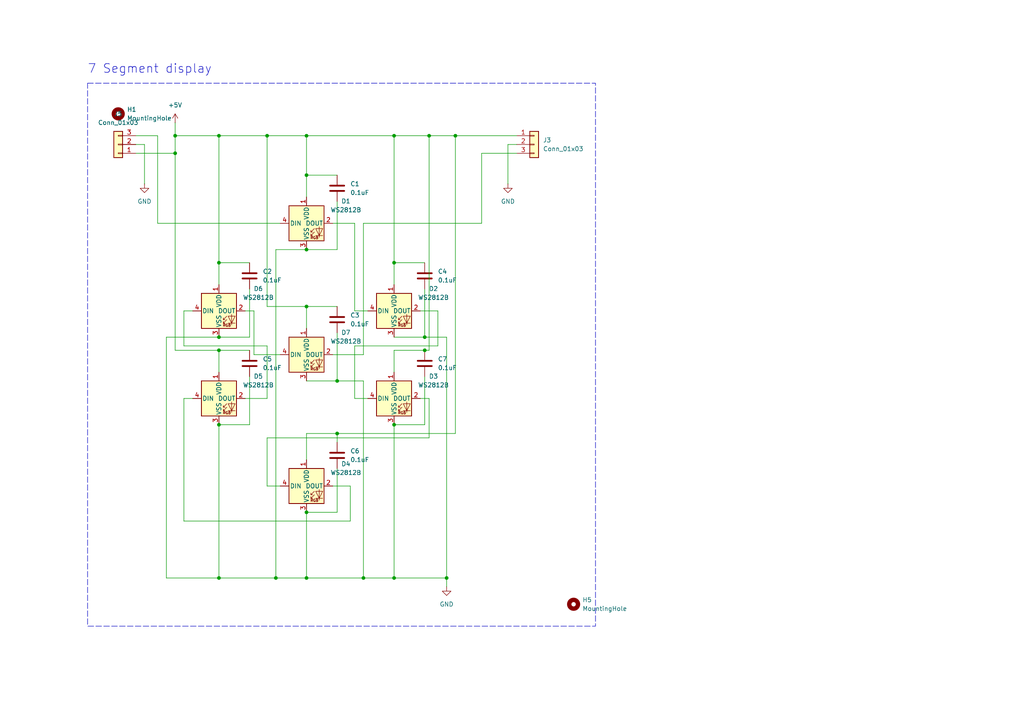
<source format=kicad_sch>
(kicad_sch (version 20250114) (generator "eeschema") (generator_version "9.0")
  (paper "A4")
  (lib_symbols
    (symbol "Connector_Generic:Conn_01x03" (pin_names (offset 1.016) (hide yes))
      (property "Reference" "J" (at 0 5.08 0))
      (property "Value" "Conn_01x03" (at 0 -5.08 0))
      (symbol "Conn_01x03_1_1"
        (rectangle (start -1.27 3.81) (end 1.27 -3.81) (stroke (width 0.254)) (fill (type background)))
        (rectangle (start -1.27 2.667) (end 0 2.413) (stroke (width 0.1524)))
        (rectangle (start -1.27 0.127) (end 0 -0.127) (stroke (width 0.1524)))
        (rectangle (start -1.27 -2.413) (end 0 -2.667) (stroke (width 0.1524)))
        (pin passive line (at -5.08 2.54 0) (length 3.81) (name "Pin_1") (number "1"))
        (pin passive line (at -5.08 0 0) (length 3.81) (name "Pin_2") (number "2"))
        (pin passive line (at -5.08 -2.54 0) (length 3.81) (name "Pin_3") (number "3"))
      )
    )
    (symbol "Device:C" (pin_numbers (hide yes)) (pin_names (offset 0.254))
      (property "Reference" "C" (at 0.635 2.54 0))
      (property "Value" "C" (at 0.635 -2.54 0))
      (symbol "C_0_1"
        (polyline (pts (xy -2.032 0.762) (xy 2.032 0.762)) (stroke (width 0.508)))
        (polyline (pts (xy -2.032 -0.762) (xy 2.032 -0.762)) (stroke (width 0.508)))
      )
      (symbol "C_1_1"
        (pin passive line (at 0 3.81 270) (length 2.794) (name "~") (number "1"))
        (pin passive line (at 0 -3.81 90) (length 2.794) (name "~") (number "2"))
      )
    )
    (symbol "LED:WS2812B" (pin_names (offset 0.254))
      (property "Reference" "D" (at 5.08 5.715 0))
      (property "Value" "WS2812B" (at 1.27 -5.715 0))
      (symbol "WS2812B_0_0"
        (text "RGB" (at 2.286 -4.191 0) (effects (font (size 0.762 0.762))))
      )
      (symbol "WS2812B_0_1"
        (polyline (pts (xy 1.27 -2.54) (xy 1.778 -2.54)))
        (polyline (pts (xy 1.27 -3.556) (xy 1.778 -3.556)))
        (polyline (pts (xy 2.286 -1.524) (xy 1.27 -2.54) (xy 1.27 -2.032)))
        (polyline (pts (xy 2.286 -2.54) (xy 1.27 -3.556) (xy 1.27 -3.048)))
        (polyline (pts (xy 3.683 -1.016) (xy 3.683 -3.556) (xy 3.683 -4.064)))
        (polyline (pts (xy 4.699 -1.524) (xy 2.667 -1.524) (xy 3.683 -3.556) (xy 4.699 -1.524)))
        (polyline (pts (xy 4.699 -3.556) (xy 2.667 -3.556)))
        (rectangle (start 5.08 5.08) (end -5.08 -5.08) (stroke (width 0.254)) (fill (type background)))
      )
      (symbol "WS2812B_1_1"
        (pin input line (at -7.62 0 0) (length 2.54) (name "DIN") (number "4"))
        (pin power_in line (at 0 7.62 270) (length 2.54) (name "VDD") (number "1"))
        (pin power_in line (at 0 -7.62 90) (length 2.54) (name "VSS") (number "3"))
        (pin output line (at 7.62 0 180) (length 2.54) (name "DOUT") (number "2"))
      )
    )
    (symbol "Mechanical:MountingHole" (pin_names (offset 1.016)) (in_bom no)
      (property "Reference" "H" (at 0 5.08 0))
      (property "Value" "MountingHole" (at 0 3.175 0))
      (symbol "MountingHole_0_1"
        (circle (center 0 0) (radius 1.27) (stroke (width 1.27)))
      )
    )
    (symbol "power:+5V" (power) (pin_numbers (hide yes)) (pin_names (offset 0) (hide yes))
      (property "Value" "+5V" (at 0 3.556 0))
      (symbol "+5V_0_1"
        (polyline (pts (xy -0.762 1.27) (xy 0 2.54)))
        (polyline (pts (xy 0 2.54) (xy 0.762 1.27)))
        (polyline (pts (xy 0 0) (xy 0 2.54)))
      )
      (symbol "+5V_1_1"
        (pin power_in line (at 0 0 90) (length 0) (name "~") (number "1"))
      )
    )
    (symbol "power:GND" (power) (pin_numbers (hide yes)) (pin_names (offset 0) (hide yes))
      (property "Value" "GND" (at 0 -3.81 0))
      (symbol "GND_0_1"
        (polyline (pts (xy 0 0) (xy 0 -1.27) (xy 1.27 -1.27) (xy 0 -2.54) (xy -1.27 -1.27) (xy 0 -1.27)))
      )
      (symbol "GND_1_1"
        (pin power_in line (at 0 0 270) (length 0) (name "~") (number "1"))
      )
    )
  )
  (rectangle (start 25.4 24.13) (end 172.72 181.61) (stroke (width 0) (type dash)))
  (text "7 Segment display" (at 43.434 20.066 0) (effects (font (size 2.54 2.54))))
  (junction (at 123.19 97.79))
  (junction (at 77.47 39.37))
  (junction (at 124.46 39.37))
  (junction (at 114.3 39.37))
  (junction (at 63.5 76.2))
  (junction (at 105.41 167.64))
  (junction (at 63.5 167.64))
  (junction (at 63.5 39.37))
  (junction (at 132.08 39.37))
  (junction (at 97.79 110.49))
  (junction (at 88.9 167.64))
  (junction (at 50.8 44.45))
  (junction (at 88.9 39.37))
  (junction (at 50.8 39.37))
  (junction (at 63.5 101.6))
  (junction (at 129.54 167.64))
  (junction (at 97.79 125.73))
  (junction (at 88.9 50.8))
  (junction (at 88.9 88.9))
  (junction (at 88.9 148.59))
  (junction (at 63.5 97.79))
  (junction (at 63.5 123.19))
  (junction (at 80.01 167.64))
  (junction (at 114.3 76.2))
  (junction (at 88.9 72.39))
  (junction (at 114.3 167.64))
  (junction (at 114.3 123.19))
  (junction (at 123.19 101.6))
  (wire (pts (xy 73.66 102.87) (xy 81.28 102.87)))
  (wire (pts (xy 97.79 135.89) (xy 97.79 148.59)))
  (wire (pts (xy 102.87 90.17) (xy 106.68 90.17)))
  (wire (pts (xy 73.66 90.17) (xy 73.66 102.87)))
  (wire (pts (xy 53.34 151.13) (xy 101.6 151.13)))
  (wire (pts (xy 132.08 39.37) (xy 149.86 39.37)))
  (wire (pts (xy 147.32 41.91) (xy 147.32 53.34)))
  (wire (pts (xy 41.91 41.91) (xy 41.91 53.34)))
  (wire (pts (xy 114.3 76.2) (xy 114.3 82.55)))
  (wire (pts (xy 105.41 167.64) (xy 114.3 167.64)))
  (wire (pts (xy 102.87 100.33) (xy 102.87 115.57)))
  (wire (pts (xy 123.19 123.19) (xy 114.3 123.19)))
  (wire (pts (xy 63.5 39.37) (xy 63.5 76.2)))
  (wire (pts (xy 45.72 64.77) (xy 81.28 64.77)))
  (wire (pts (xy 97.79 148.59) (xy 88.9 148.59)))
  (wire (pts (xy 88.9 167.64) (xy 105.41 167.64)))
  (wire (pts (xy 48.26 97.79) (xy 48.26 167.64)))
  (wire (pts (xy 105.41 110.49) (xy 105.41 167.64)))
  (wire (pts (xy 77.47 140.97) (xy 81.28 140.97)))
  (wire (pts (xy 53.34 90.17) (xy 55.88 90.17)))
  (wire (pts (xy 80.01 72.39) (xy 80.01 167.64)))
  (wire (pts (xy 80.01 167.64) (xy 88.9 167.64)))
  (wire (pts (xy 123.19 97.79) (xy 129.54 97.79)))
  (wire (pts (xy 97.79 110.49) (xy 105.41 110.49)))
  (wire (pts (xy 124.46 39.37) (xy 132.08 39.37)))
  (wire (pts (xy 97.79 125.73) (xy 97.79 128.27)))
  (wire (pts (xy 105.41 64.77) (xy 139.7 64.77)))
  (wire (pts (xy 88.9 125.73) (xy 97.79 125.73)))
  (wire (pts (xy 72.39 109.22) (xy 72.39 123.19)))
  (wire (pts (xy 105.41 102.87) (xy 105.41 64.77)))
  (wire (pts (xy 102.87 115.57) (xy 106.68 115.57)))
  (wire (pts (xy 50.8 44.45) (xy 50.8 101.6)))
  (wire (pts (xy 129.54 97.79) (xy 129.54 167.64)))
  (wire (pts (xy 63.5 39.37) (xy 77.47 39.37)))
  (wire (pts (xy 139.7 64.77) (xy 139.7 44.45)))
  (wire (pts (xy 139.7 44.45) (xy 149.86 44.45)))
  (wire (pts (xy 114.3 97.79) (xy 123.19 97.79)))
  (wire (pts (xy 53.34 151.13) (xy 53.34 115.57)))
  (wire (pts (xy 72.39 83.82) (xy 72.39 97.79)))
  (wire (pts (xy 71.12 90.17) (xy 73.66 90.17)))
  (wire (pts (xy 114.3 123.19) (xy 114.3 167.64)))
  (wire (pts (xy 50.8 35.56) (xy 50.8 39.37)))
  (wire (pts (xy 149.86 41.91) (xy 147.32 41.91)))
  (wire (pts (xy 63.5 101.6) (xy 63.5 107.95)))
  (wire (pts (xy 77.47 100.33) (xy 53.34 100.33)))
  (wire (pts (xy 124.46 115.57) (xy 124.46 127)))
  (wire (pts (xy 88.9 72.39) (xy 80.01 72.39)))
  (wire (pts (xy 63.5 101.6) (xy 72.39 101.6)))
  (wire (pts (xy 123.19 83.82) (xy 123.19 97.79)))
  (wire (pts (xy 77.47 115.57) (xy 77.47 100.33)))
  (wire (pts (xy 72.39 123.19) (xy 63.5 123.19)))
  (wire (pts (xy 123.19 109.22) (xy 123.19 123.19)))
  (wire (pts (xy 114.3 101.6) (xy 114.3 107.95)))
  (wire (pts (xy 96.52 102.87) (xy 105.41 102.87)))
  (wire (pts (xy 53.34 115.57) (xy 55.88 115.57)))
  (wire (pts (xy 97.79 58.42) (xy 97.79 72.39)))
  (wire (pts (xy 77.47 127) (xy 124.46 127)))
  (wire (pts (xy 114.3 76.2) (xy 123.19 76.2)))
  (wire (pts (xy 96.52 140.97) (xy 101.6 140.97)))
  (wire (pts (xy 101.6 140.97) (xy 101.6 151.13)))
  (wire (pts (xy 50.8 39.37) (xy 50.8 44.45)))
  (wire (pts (xy 50.8 39.37) (xy 63.5 39.37)))
  (wire (pts (xy 77.47 39.37) (xy 88.9 39.37)))
  (wire (pts (xy 88.9 50.8) (xy 88.9 57.15)))
  (wire (pts (xy 88.9 39.37) (xy 114.3 39.37)))
  (wire (pts (xy 88.9 133.35) (xy 88.9 125.73)))
  (wire (pts (xy 88.9 148.59) (xy 88.9 167.64)))
  (wire (pts (xy 102.87 64.77) (xy 102.87 90.17)))
  (wire (pts (xy 127 90.17) (xy 127 100.33)))
  (wire (pts (xy 63.5 76.2) (xy 72.39 76.2)))
  (wire (pts (xy 63.5 76.2) (xy 63.5 82.55)))
  (wire (pts (xy 63.5 167.64) (xy 80.01 167.64)))
  (wire (pts (xy 39.37 44.45) (xy 50.8 44.45)))
  (wire (pts (xy 53.34 100.33) (xy 53.34 90.17)))
  (wire (pts (xy 121.92 90.17) (xy 127 90.17)))
  (wire (pts (xy 124.46 39.37) (xy 124.46 101.6)))
  (wire (pts (xy 63.5 97.79) (xy 48.26 97.79)))
  (wire (pts (xy 48.26 167.64) (xy 63.5 167.64)))
  (wire (pts (xy 88.9 39.37) (xy 88.9 50.8)))
  (wire (pts (xy 127 100.33) (xy 102.87 100.33)))
  (wire (pts (xy 97.79 96.52) (xy 97.79 110.49)))
  (wire (pts (xy 97.79 125.73) (xy 132.08 125.73)))
  (wire (pts (xy 123.19 101.6) (xy 124.46 101.6)))
  (wire (pts (xy 63.5 123.19) (xy 63.5 167.64)))
  (wire (pts (xy 114.3 39.37) (xy 114.3 76.2)))
  (wire (pts (xy 88.9 88.9) (xy 77.47 88.9)))
  (wire (pts (xy 72.39 97.79) (xy 63.5 97.79)))
  (wire (pts (xy 129.54 167.64) (xy 129.54 170.18)))
  (wire (pts (xy 114.3 167.64) (xy 129.54 167.64)))
  (wire (pts (xy 77.47 39.37) (xy 77.47 88.9)))
  (wire (pts (xy 97.79 72.39) (xy 88.9 72.39)))
  (wire (pts (xy 63.5 101.6) (xy 50.8 101.6)))
  (wire (pts (xy 96.52 64.77) (xy 102.87 64.77)))
  (wire (pts (xy 77.47 127) (xy 77.47 140.97)))
  (wire (pts (xy 114.3 101.6) (xy 123.19 101.6)))
  (wire (pts (xy 132.08 39.37) (xy 132.08 125.73)))
  (wire (pts (xy 45.72 39.37) (xy 45.72 64.77)))
  (wire (pts (xy 71.12 115.57) (xy 77.47 115.57)))
  (wire (pts (xy 114.3 39.37) (xy 124.46 39.37)))
  (wire (pts (xy 121.92 115.57) (xy 124.46 115.57)))
  (wire (pts (xy 88.9 110.49) (xy 97.79 110.49)))
  (wire (pts (xy 88.9 50.8) (xy 97.79 50.8)))
  (wire (pts (xy 88.9 88.9) (xy 88.9 95.25)))
  (wire (pts (xy 39.37 41.91) (xy 41.91 41.91)))
  (wire (pts (xy 88.9 88.9) (xy 97.79 88.9)))
  (wire (pts (xy 39.37 39.37) (xy 45.72 39.37)))
  (symbol (lib_id "Device:C") (at 72.39 105.41 0) (unit 1)
    (property "Reference" "C5" (at 76.2 104.1399 0) (effects (justify left)))
    (property "Value" "0.1uF" (at 76.2 106.6799 0) (effects (justify left)))
    (property "Footprint" "Capacitor_SMD:C_0805_2012Metric_Pad1.18x1.45mm_HandSolder" (effects (hide yes)))
    (property "Description" "Unpolarized capacitor" (effects (hide yes)))
  )
  (symbol (lib_id "Device:C") (at 97.79 132.08 0) (unit 1)
    (property "Reference" "C6" (at 101.6 130.8099 0) (effects (justify left)))
    (property "Value" "0.1uF" (at 101.6 133.3499 0) (effects (justify left)))
    (property "Footprint" "Capacitor_SMD:C_0805_2012Metric_Pad1.18x1.45mm_HandSolder" (effects (hide yes)))
    (property "Description" "Unpolarized capacitor" (effects (hide yes)))
  )
  (symbol (lib_id "Mechanical:MountingHole") (at 34.29 33.02 0) (unit 1) (in_bom no)
    (property "Reference" "H1" (at 36.83 31.7499 0) (effects (justify left)))
    (property "Value" "MountingHole" (at 36.83 34.2899 0) (effects (justify left)))
    (property "Footprint" "MountingHole:MountingHole_3.2mm_M3" (effects (hide yes)))
    (property "Description" "Mounting Hole without connection" (effects (hide yes)))
  )
  (symbol (lib_id "LED:WS2812B") (at 88.9 140.97 0) (unit 1)
    (property "Reference" "D4" (at 100.33 134.5498 0))
    (property "Value" "WS2812B" (at 100.33 137.0898 0))
    (property "Footprint" "LED_SMD:LED_WS2812B_PLCC4_5.0x5.0mm_P3.2mm" (effects (hide yes)))
    (property "Datasheet" "https://cdn-shop.adafruit.com/datasheets/WS2812B.pdf" (effects (hide yes)))
    (property "Description" "RGB LED with integrated controller" (effects (hide yes)))
  )
  (symbol (lib_id "LED:WS2812B") (at 114.3 90.17 0) (unit 1)
    (property "Reference" "D2" (at 125.73 83.7498 0))
    (property "Value" "WS2812B" (at 125.73 86.2898 0))
    (property "Footprint" "LED_SMD:LED_WS2812B_PLCC4_5.0x5.0mm_P3.2mm" (effects (hide yes)))
    (property "Datasheet" "https://cdn-shop.adafruit.com/datasheets/WS2812B.pdf" (effects (hide yes)))
    (property "Description" "RGB LED with integrated controller" (effects (hide yes)))
  )
  (symbol (lib_id "Device:C") (at 72.39 80.01 0) (unit 1)
    (property "Reference" "C2" (at 76.2 78.7399 0) (effects (justify left)))
    (property "Value" "0.1uF" (at 76.2 81.2799 0) (effects (justify left)))
    (property "Footprint" "Capacitor_SMD:C_0805_2012Metric_Pad1.18x1.45mm_HandSolder" (effects (hide yes)))
    (property "Description" "Unpolarized capacitor" (effects (hide yes)))
  )
  (symbol (lib_id "Device:C") (at 97.79 92.71 0) (unit 1)
    (property "Reference" "C3" (at 101.6 91.4399 0) (effects (justify left)))
    (property "Value" "0.1uF" (at 101.6 93.9799 0) (effects (justify left)))
    (property "Footprint" "Capacitor_SMD:C_0805_2012Metric_Pad1.18x1.45mm_HandSolder" (effects (hide yes)))
    (property "Description" "Unpolarized capacitor" (effects (hide yes)))
  )
  (symbol (lib_id "LED:WS2812B") (at 63.5 90.17 0) (unit 1)
    (property "Reference" "D6" (at 74.93 83.7498 0))
    (property "Value" "WS2812B" (at 74.93 86.2898 0))
    (property "Footprint" "LED_SMD:LED_WS2812B_PLCC4_5.0x5.0mm_P3.2mm" (effects (hide yes)))
    (property "Datasheet" "https://cdn-shop.adafruit.com/datasheets/WS2812B.pdf" (effects (hide yes)))
    (property "Description" "RGB LED with integrated controller" (effects (hide yes)))
  )
  (symbol (lib_id "LED:WS2812B") (at 88.9 102.87 0) (unit 1)
    (property "Reference" "D7" (at 100.33 96.4498 0))
    (property "Value" "WS2812B" (at 100.33 98.9898 0))
    (property "Footprint" "LED_SMD:LED_WS2812B_PLCC4_5.0x5.0mm_P3.2mm" (effects (hide yes)))
    (property "Datasheet" "https://cdn-shop.adafruit.com/datasheets/WS2812B.pdf" (effects (hide yes)))
    (property "Description" "RGB LED with integrated controller" (effects (hide yes)))
  )
  (symbol (lib_id "power:GND") (at 41.91 53.34 0) (unit 1)
    (property "Reference" "#PWR013" (effects (hide yes)))
    (property "Value" "GND" (at 41.91 58.42 0))
    (property "Description" "Power symbol creates a global label with name \"GND\" , ground" (effects (hide yes)))
  )
  (symbol (lib_id "Connector_Generic:Conn_01x03") (at 154.94 41.91 0) (unit 1)
    (property "Reference" "J3" (at 157.48 40.6399 0) (effects (justify left)))
    (property "Value" "Conn_01x03" (at 157.48 43.1799 0) (effects (justify left)))
    (property "Footprint" "Connector_PinHeader_2.54mm:PinHeader_1x03_P2.54mm_Vertical" (effects (hide yes)))
    (property "Description" "Generic connector, single row, 01x03, script generated (kicad-library-utils/schlib/autogen/connector/)" (effects (hide yes)))
  )
  (symbol (lib_id "LED:WS2812B") (at 63.5 115.57 0) (unit 1)
    (property "Reference" "D5" (at 74.93 109.1498 0))
    (property "Value" "WS2812B" (at 74.93 111.6898 0))
    (property "Footprint" "LED_SMD:LED_WS2812B_PLCC4_5.0x5.0mm_P3.2mm" (effects (hide yes)))
    (property "Datasheet" "https://cdn-shop.adafruit.com/datasheets/WS2812B.pdf" (effects (hide yes)))
    (property "Description" "RGB LED with integrated controller" (effects (hide yes)))
  )
  (symbol (lib_id "Connector_Generic:Conn_01x03") (at 34.29 41.91 180) (unit 1)
    (property "Reference" "J5" (at 34.29 33.02 0))
    (property "Value" "Conn_01x03" (at 34.29 35.56 0))
    (property "Footprint" "Connector_PinHeader_2.54mm:PinHeader_1x03_P2.54mm_Vertical" (effects (hide yes)))
    (property "Description" "Generic connector, single row, 01x03, script generated (kicad-library-utils/schlib/autogen/connector/)" (effects (hide yes)))
  )
  (symbol (lib_id "power:GND") (at 147.32 53.34 0) (unit 1)
    (property "Reference" "#PWR03" (effects (hide yes)))
    (property "Value" "GND" (at 147.32 58.42 0))
    (property "Description" "Power symbol creates a global label with name \"GND\" , ground" (effects (hide yes)))
  )
  (symbol (lib_id "LED:WS2812B") (at 114.3 115.57 0) (unit 1)
    (property "Reference" "D3" (at 125.73 109.1498 0))
    (property "Value" "WS2812B" (at 125.73 111.6898 0))
    (property "Footprint" "LED_SMD:LED_WS2812B_PLCC4_5.0x5.0mm_P3.2mm" (effects (hide yes)))
    (property "Datasheet" "https://cdn-shop.adafruit.com/datasheets/WS2812B.pdf" (effects (hide yes)))
    (property "Description" "RGB LED with integrated controller" (effects (hide yes)))
  )
  (symbol (lib_id "power:+5V") (at 50.8 35.56 0) (unit 1)
    (property "Reference" "#PWR011" (effects (hide yes)))
    (property "Value" "+5V" (at 50.8 30.48 0))
    (property "Description" "Power symbol creates a global label with name \"+5V\"" (effects (hide yes)))
  )
  (symbol (lib_id "power:GND") (at 129.54 170.18 0) (unit 1)
    (property "Reference" "#PWR01" (effects (hide yes)))
    (property "Value" "GND" (at 129.54 175.26 0))
    (property "Description" "Power symbol creates a global label with name \"GND\" , ground" (effects (hide yes)))
  )
  (symbol (lib_id "Device:C") (at 123.19 80.01 0) (unit 1)
    (property "Reference" "C4" (at 127 78.7399 0) (effects (justify left)))
    (property "Value" "0.1uF" (at 127 81.2799 0) (effects (justify left)))
    (property "Footprint" "Capacitor_SMD:C_0805_2012Metric_Pad1.18x1.45mm_HandSolder" (effects (hide yes)))
    (property "Description" "Unpolarized capacitor" (effects (hide yes)))
  )
  (symbol (lib_id "Device:C") (at 123.19 105.41 0) (unit 1)
    (property "Reference" "C7" (at 127 104.1399 0) (effects (justify left)))
    (property "Value" "0.1uF" (at 127 106.6799 0) (effects (justify left)))
    (property "Footprint" "Capacitor_SMD:C_0805_2012Metric_Pad1.18x1.45mm_HandSolder" (effects (hide yes)))
    (property "Description" "Unpolarized capacitor" (effects (hide yes)))
  )
  (symbol (lib_id "LED:WS2812B") (at 88.9 64.77 0) (unit 1)
    (property "Reference" "D1" (at 100.33 58.3498 0))
    (property "Value" "WS2812B" (at 100.33 60.8898 0))
    (property "Footprint" "LED_SMD:LED_WS2812B_PLCC4_5.0x5.0mm_P3.2mm" (effects (hide yes)))
    (property "Datasheet" "https://cdn-shop.adafruit.com/datasheets/WS2812B.pdf" (effects (hide yes)))
    (property "Description" "RGB LED with integrated controller" (effects (hide yes)))
  )
  (symbol (lib_id "Mechanical:MountingHole") (at 166.37 175.26 0) (unit 1) (in_bom no)
    (property "Reference" "H5" (at 168.91 173.9899 0) (effects (justify left)))
    (property "Value" "MountingHole" (at 168.91 176.5299 0) (effects (justify left)))
    (property "Footprint" "MountingHole:MountingHole_3.2mm_M3" (effects (hide yes)))
    (property "Description" "Mounting Hole without connection" (effects (hide yes)))
  )
  (symbol (lib_id "Device:C") (at 97.79 54.61 0) (unit 1)
    (property "Reference" "C1" (at 101.6 53.3399 0) (effects (justify left)))
    (property "Value" "0.1uF" (at 101.6 55.8799 0) (effects (justify left)))
    (property "Footprint" "Capacitor_SMD:C_0805_2012Metric_Pad1.18x1.45mm_HandSolder" (effects (hide yes)))
    (property "Description" "Unpolarized capacitor" (effects (hide yes)))
  )
)
</source>
